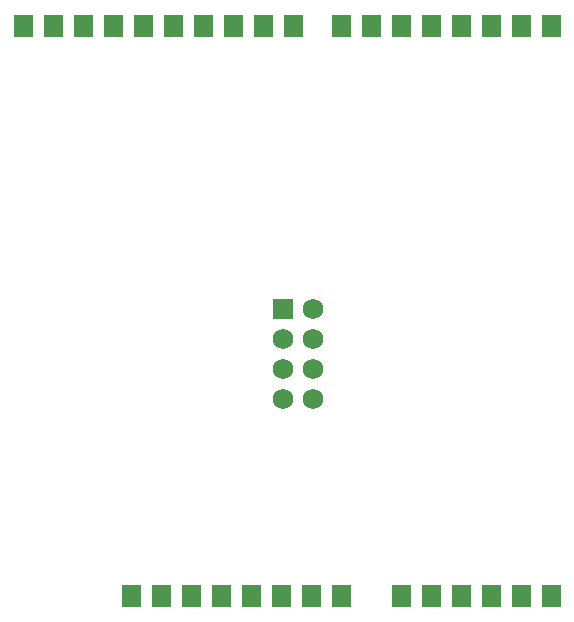
<source format=gbs>
G04 Layer: BottomSolderMaskLayer*
G04 EasyEDA v6.1.34, Thu, 02 May 2019 10:16:14 GMT*
G04 2a2a60af2dac4d11b907a52f5f3e14da,88f35c52922c4fbc8d6ac25f651a04fd,10*
G04 Gerber Generator version 0.2*
G04 Scale: 100 percent, Rotated: No, Reflected: No *
G04 Dimensions in millimeters *
G04 leading zeros omitted , absolute positions ,3 integer and 3 decimal *
%FSLAX33Y33*%
%MOMM*%
G90*
G71D02*

%ADD24R,1.727200X1.727200*%
%ADD25C,1.727200*%

%LPD*%
G36*
G01X40843Y49844D02*
G01X40843Y51755D01*
G01X42468Y51755D01*
G01X42468Y49844D01*
G01X40843Y49844D01*
G37*
G36*
G01X38303Y49844D02*
G01X38303Y51755D01*
G01X39928Y51755D01*
G01X39928Y49844D01*
G01X38303Y49844D01*
G37*
G36*
G01X35763Y49844D02*
G01X35763Y51755D01*
G01X37388Y51755D01*
G01X37388Y49844D01*
G01X35763Y49844D01*
G37*
G36*
G01X33223Y49844D02*
G01X33223Y51755D01*
G01X34848Y51755D01*
G01X34848Y49844D01*
G01X33223Y49844D01*
G37*
G36*
G01X30683Y49844D02*
G01X30683Y51755D01*
G01X32308Y51755D01*
G01X32308Y49844D01*
G01X30683Y49844D01*
G37*
G36*
G01X28143Y49844D02*
G01X28143Y51755D01*
G01X29768Y51755D01*
G01X29768Y49844D01*
G01X28143Y49844D01*
G37*
G36*
G01X25603Y49844D02*
G01X25603Y51755D01*
G01X27228Y51755D01*
G01X27228Y49844D01*
G01X25603Y49844D01*
G37*
G36*
G01X23063Y49844D02*
G01X23063Y51755D01*
G01X24688Y51755D01*
G01X24688Y49844D01*
G01X23063Y49844D01*
G37*
G36*
G01X20523Y49844D02*
G01X20523Y51755D01*
G01X22148Y51755D01*
G01X22148Y49844D01*
G01X20523Y49844D01*
G37*
G36*
G01X17983Y49844D02*
G01X17983Y51755D01*
G01X19608Y51755D01*
G01X19608Y49844D01*
G01X17983Y49844D01*
G37*
G36*
G01X62687Y49844D02*
G01X62687Y51755D01*
G01X64312Y51755D01*
G01X64312Y49844D01*
G01X62687Y49844D01*
G37*
G36*
G01X60147Y49844D02*
G01X60147Y51755D01*
G01X61772Y51755D01*
G01X61772Y49844D01*
G01X60147Y49844D01*
G37*
G36*
G01X57607Y49844D02*
G01X57607Y51755D01*
G01X59232Y51755D01*
G01X59232Y49844D01*
G01X57607Y49844D01*
G37*
G36*
G01X55067Y49844D02*
G01X55067Y51755D01*
G01X56692Y51755D01*
G01X56692Y49844D01*
G01X55067Y49844D01*
G37*
G36*
G01X52527Y49844D02*
G01X52527Y51755D01*
G01X54152Y51755D01*
G01X54152Y49844D01*
G01X52527Y49844D01*
G37*
G36*
G01X49987Y49844D02*
G01X49987Y51755D01*
G01X51612Y51755D01*
G01X51612Y49844D01*
G01X49987Y49844D01*
G37*
G36*
G01X47447Y49844D02*
G01X47447Y51755D01*
G01X49072Y51755D01*
G01X49072Y49844D01*
G01X47447Y49844D01*
G37*
G36*
G01X44907Y49844D02*
G01X44907Y51755D01*
G01X46532Y51755D01*
G01X46532Y49844D01*
G01X44907Y49844D01*
G37*
G36*
G01X49987Y1584D02*
G01X49987Y3495D01*
G01X51612Y3495D01*
G01X51612Y1584D01*
G01X49987Y1584D01*
G37*
G36*
G01X52527Y1584D02*
G01X52527Y3495D01*
G01X54152Y3495D01*
G01X54152Y1584D01*
G01X52527Y1584D01*
G37*
G36*
G01X55067Y1584D02*
G01X55067Y3495D01*
G01X56692Y3495D01*
G01X56692Y1584D01*
G01X55067Y1584D01*
G37*
G36*
G01X57607Y1584D02*
G01X57607Y3495D01*
G01X59232Y3495D01*
G01X59232Y1584D01*
G01X57607Y1584D01*
G37*
G36*
G01X60147Y1584D02*
G01X60147Y3495D01*
G01X61772Y3495D01*
G01X61772Y1584D01*
G01X60147Y1584D01*
G37*
G36*
G01X62687Y1584D02*
G01X62687Y3495D01*
G01X64312Y3495D01*
G01X64312Y1584D01*
G01X62687Y1584D01*
G37*
G36*
G01X27127Y1584D02*
G01X27127Y3495D01*
G01X28752Y3495D01*
G01X28752Y1584D01*
G01X27127Y1584D01*
G37*
G36*
G01X29667Y1584D02*
G01X29667Y3495D01*
G01X31292Y3495D01*
G01X31292Y1584D01*
G01X29667Y1584D01*
G37*
G36*
G01X32207Y1584D02*
G01X32207Y3495D01*
G01X33832Y3495D01*
G01X33832Y1584D01*
G01X32207Y1584D01*
G37*
G36*
G01X34747Y1584D02*
G01X34747Y3495D01*
G01X36372Y3495D01*
G01X36372Y1584D01*
G01X34747Y1584D01*
G37*
G36*
G01X37287Y1584D02*
G01X37287Y3495D01*
G01X38912Y3495D01*
G01X38912Y1584D01*
G01X37287Y1584D01*
G37*
G36*
G01X39827Y1584D02*
G01X39827Y3495D01*
G01X41452Y3495D01*
G01X41452Y1584D01*
G01X39827Y1584D01*
G37*
G36*
G01X42367Y1584D02*
G01X42367Y3495D01*
G01X43992Y3495D01*
G01X43992Y1584D01*
G01X42367Y1584D01*
G37*
G36*
G01X44907Y1584D02*
G01X44907Y3495D01*
G01X46532Y3495D01*
G01X46532Y1584D01*
G01X44907Y1584D01*
G37*
G54D24*
G01X40767Y26797D03*
G54D25*
G01X43307Y26797D03*
G01X40767Y24257D03*
G01X43307Y24257D03*
G01X40767Y21717D03*
G01X43307Y21717D03*
G01X40767Y19177D03*
G01X43307Y19177D03*
M00*
M02*

</source>
